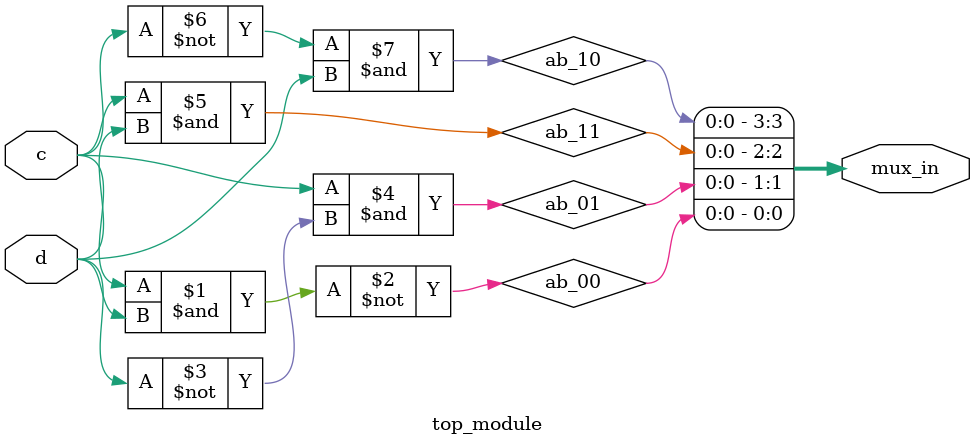
<source format=sv>
module top_module (
  input c,
  input d,
  output [3:0] mux_in
);

  wire ab_00 = ~(c & d);
  wire ab_01 = c & ~d;
  wire ab_11 = c & d;
  wire ab_10 = ~c & d;
  
  assign mux_in[0] = ab_00;
  assign mux_in[1] = ab_01;
  assign mux_in[2] = ab_11;
  assign mux_in[3] = ab_10;
  
endmodule

</source>
